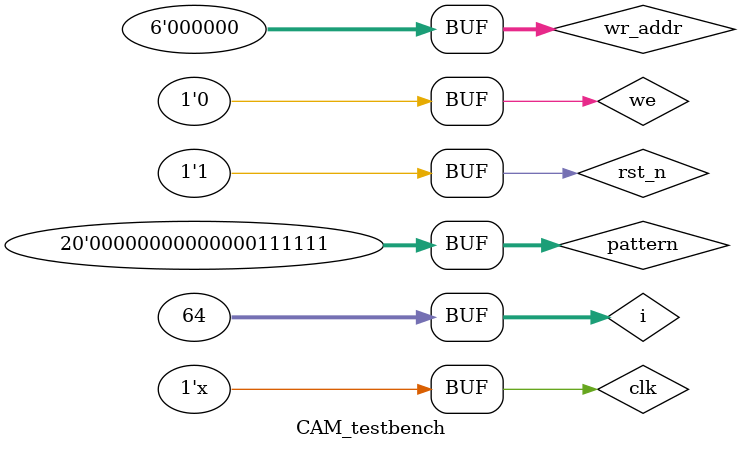
<source format=v>
`timescale 1ns / 1ps


module CAM_testbench();
    
    parameter DATA_WIDTH = 21;
    parameter ADDR_WIDTH = 6;
    parameter PATH = "CAM.txt";
    
    reg clk, rst_n;
    reg       we;
    reg [DATA_WIDTH - 2 : 0]  pattern;
    reg [ADDR_WIDTH - 1 : 0]  wr_addr;
    wire [ADDR_WIDTH - 1 : 0] maddr;
    wire                      mfound;
    
    CAM #(
            .DATA_WIDTH(DATA_WIDTH),
            .ADDR_WIDTH(ADDR_WIDTH),
            .PATH(PATH)
        )
        cam
        (
            .clk(clk), 
            .rst_n(rst_n),
            .we(we),
            .pattern(pattern),
            .wr_addr(wr_addr),    
            .maddr(maddr),      
            .mfound(mfound)
        );
        
    always #10 clk = ~clk;
    
    integer i;
    initial begin
    
        {clk, rst_n, we, pattern, wr_addr} = 0;
        #5
        rst_n = 1;
        for(i = 0; i < 2 ** ADDR_WIDTH ; i = i + 1) begin
            #20 pattern = i;
        end
    
    end
    
endmodule

</source>
